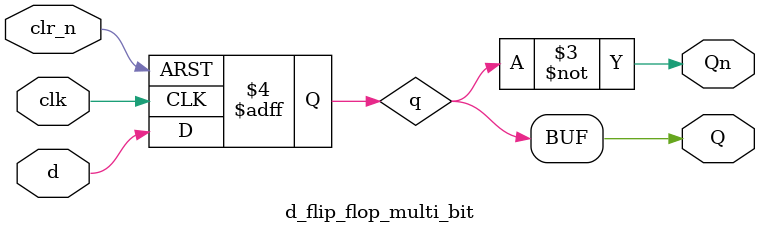
<source format=v>


module d_flip_flop_multi_bit #(parameter WIDTH = 1, parameter RESETVAL = 0)
(
	d, clk, clr_n,				// System inputs: data, clock and the reset signal
	Q, Qn
);

// Define the input and outputs with their data width
input [WIDTH-1:0] d;
input clk, clr_n;
output [WIDTH-1:0] Q;
output [WIDTH-1:0] Qn;

reg [WIDTH-1:0] q;


always @(posedge(clk), negedge(clr_n))
	if(!clr_n)						// clr_n is active low and hence the system is reset when it is low
		begin
			q <= RESETVAL;
		end
	else
		begin
			q <= d;					// Q is assigned the value of D on the rising clock edge
		end
		
		
assign Q = q;
assign Qn = ~q;


endmodule

</source>
